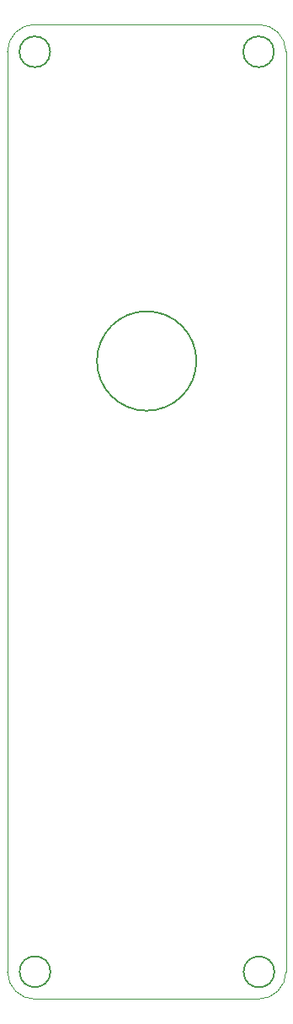
<source format=gbr>
G04 #@! TF.GenerationSoftware,KiCad,Pcbnew,(5.1.0-0)*
G04 #@! TF.CreationDate,2020-01-22T16:50:41+01:00*
G04 #@! TF.ProjectId,pino_brd_v01,70696e6f-5f62-4726-945f-7630312e6b69,rev?*
G04 #@! TF.SameCoordinates,Original*
G04 #@! TF.FileFunction,Profile,NP*
%FSLAX46Y46*%
G04 Gerber Fmt 4.6, Leading zero omitted, Abs format (unit mm)*
G04 Created by KiCad (PCBNEW (5.1.0-0)) date 2020-01-22 16:50:41*
%MOMM*%
%LPD*%
G04 APERTURE LIST*
%ADD10C,0.200000*%
%ADD11C,0.100000*%
G04 APERTURE END LIST*
D10*
X4313520Y2753360D02*
G75*
G03X4313520Y2753360I-1550000J0D01*
G01*
X26838240Y2738120D02*
G75*
G03X26838240Y2738120I-1550000J0D01*
G01*
X26800000Y95249999D02*
G75*
G03X26800000Y95249999I-1550000J0D01*
G01*
X4298280Y95245520D02*
G75*
G03X4298280Y95245520I-1550000J0D01*
G01*
D11*
X0Y95249999D02*
X0Y2750000D01*
X0Y95249999D02*
G75*
G02X2750000Y97999999I2750000J0D01*
G01*
X25250000Y97999999D02*
X2750000Y97999999D01*
X25249999Y98000000D02*
G75*
G02X28000000Y95249999I0J-2750001D01*
G01*
X28000000Y2750000D02*
X28000000Y95249999D01*
X27999999Y2749999D02*
G75*
G02X25250000Y0I-2749999J0D01*
G01*
X2750000Y0D02*
X25250000Y0D01*
X2750000Y0D02*
G75*
G02X0Y2750000I0J2750000D01*
G01*
D10*
X18994573Y64158204D02*
G75*
G03X18994573Y64158204I-5000000J0D01*
G01*
M02*

</source>
